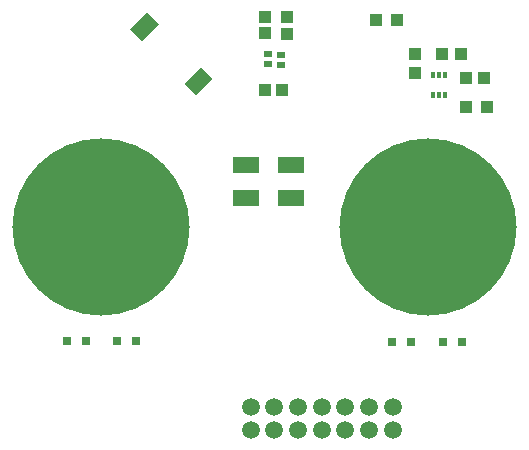
<source format=gtp>
G04 #@! TF.GenerationSoftware,KiCad,Pcbnew,5.1.5-52549c5~84~ubuntu18.04.1*
G04 #@! TF.CreationDate,2020-02-14T10:24:02+02:00*
G04 #@! TF.ProjectId,Touch_Switch_2ch,546f7563-685f-4537-9769-7463685f3263,rev?*
G04 #@! TF.SameCoordinates,Original*
G04 #@! TF.FileFunction,Paste,Top*
G04 #@! TF.FilePolarity,Positive*
%FSLAX46Y46*%
G04 Gerber Fmt 4.6, Leading zero omitted, Abs format (unit mm)*
G04 Created by KiCad (PCBNEW 5.1.5-52549c5~84~ubuntu18.04.1) date 2020-02-14 10:24:02*
%MOMM*%
%LPD*%
G04 APERTURE LIST*
%ADD10C,0.100000*%
%ADD11R,1.000000X1.100000*%
%ADD12R,1.100000X1.000000*%
%ADD13C,1.500000*%
%ADD14R,0.300000X0.500000*%
%ADD15R,2.261000X1.448000*%
%ADD16R,0.650000X0.600000*%
%ADD17R,0.800000X0.800000*%
%ADD18C,15.000000*%
G04 APERTURE END LIST*
D10*
G36*
X87302965Y-43632179D02*
G01*
X86313015Y-42642229D01*
X87727229Y-41228015D01*
X88717179Y-42217965D01*
X87302965Y-43632179D01*
G37*
G36*
X82706771Y-39035985D02*
G01*
X81716821Y-38046035D01*
X83131035Y-36631821D01*
X84120985Y-37621771D01*
X82706771Y-39035985D01*
G37*
D11*
X108078000Y-40132000D03*
X109678000Y-40132000D03*
X110097000Y-42164000D03*
X111697000Y-42164000D03*
D12*
X105792000Y-40109000D03*
X105792000Y-41709000D03*
D13*
X95918000Y-71992000D03*
X95918000Y-69992000D03*
X97918000Y-71992000D03*
X97918000Y-69992000D03*
X99918000Y-71992000D03*
X99918000Y-69992000D03*
X101918000Y-71992000D03*
X101918000Y-69992000D03*
X103918000Y-71992000D03*
X103918000Y-69992000D03*
X93918000Y-71942000D03*
X93918000Y-69992000D03*
X91918000Y-71992000D03*
X91918000Y-69992000D03*
D14*
X107823000Y-43560000D03*
X107823000Y-41860000D03*
X107315000Y-41860000D03*
X108331000Y-41860000D03*
X107315000Y-43560000D03*
X108331000Y-43560000D03*
D12*
X93091000Y-36954000D03*
X93091000Y-38354000D03*
X94996000Y-37019000D03*
X94996000Y-38419000D03*
D11*
X94553000Y-43180000D03*
X93153000Y-43180000D03*
X102489000Y-37211000D03*
X104289000Y-37211000D03*
D15*
X95326000Y-52299000D03*
X91542000Y-52299000D03*
X91542000Y-49505000D03*
X95326000Y-49505000D03*
D16*
X93345000Y-40132000D03*
X93345000Y-40980000D03*
X94488000Y-40173000D03*
X94488000Y-41021000D03*
D11*
X110109000Y-44577000D03*
X111909000Y-44577000D03*
D17*
X76327000Y-64389000D03*
X77927000Y-64389000D03*
X82207000Y-64389000D03*
X80607000Y-64389000D03*
X108204000Y-64516000D03*
X109804000Y-64516000D03*
X105486000Y-64516000D03*
X103886000Y-64516000D03*
D18*
X79247000Y-54737000D03*
X106933000Y-54737000D03*
M02*

</source>
